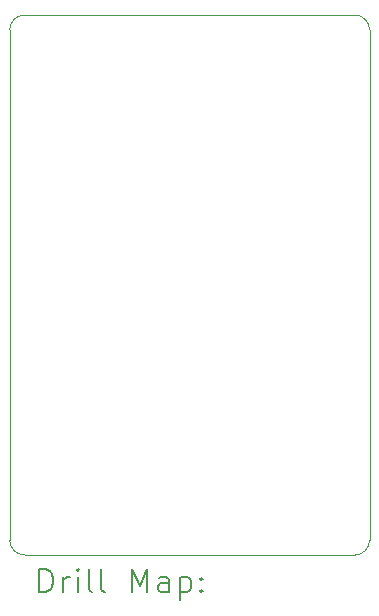
<source format=gbr>
%TF.GenerationSoftware,KiCad,Pcbnew,(6.0.11)*%
%TF.CreationDate,2023-02-06T21:00:16+10:00*%
%TF.ProjectId,can_explorer,63616e5f-6578-4706-9c6f-7265722e6b69,rev?*%
%TF.SameCoordinates,Original*%
%TF.FileFunction,Drillmap*%
%TF.FilePolarity,Positive*%
%FSLAX45Y45*%
G04 Gerber Fmt 4.5, Leading zero omitted, Abs format (unit mm)*
G04 Created by KiCad (PCBNEW (6.0.11)) date 2023-02-06 21:00:16*
%MOMM*%
%LPD*%
G01*
G04 APERTURE LIST*
%ADD10C,0.100000*%
%ADD11C,0.200000*%
G04 APERTURE END LIST*
D10*
X16129000Y-5842000D02*
X13335000Y-5842000D01*
X13335000Y-10414000D02*
X16129000Y-10414000D01*
X13208000Y-5969000D02*
X13208000Y-10287000D01*
X13335000Y-5842000D02*
G75*
G03*
X13208000Y-5969000I0J-127000D01*
G01*
X13208000Y-10287000D02*
G75*
G03*
X13335000Y-10414000I127000J0D01*
G01*
X16129000Y-10414000D02*
G75*
G03*
X16256000Y-10287000I0J127000D01*
G01*
X16256000Y-10287000D02*
X16256000Y-5969000D01*
X16256000Y-5969000D02*
G75*
G03*
X16129000Y-5842000I-127000J0D01*
G01*
D11*
X13460619Y-10729476D02*
X13460619Y-10529476D01*
X13508238Y-10529476D01*
X13536809Y-10539000D01*
X13555857Y-10558048D01*
X13565381Y-10577095D01*
X13574905Y-10615190D01*
X13574905Y-10643762D01*
X13565381Y-10681857D01*
X13555857Y-10700905D01*
X13536809Y-10719952D01*
X13508238Y-10729476D01*
X13460619Y-10729476D01*
X13660619Y-10729476D02*
X13660619Y-10596143D01*
X13660619Y-10634238D02*
X13670143Y-10615190D01*
X13679667Y-10605667D01*
X13698714Y-10596143D01*
X13717762Y-10596143D01*
X13784428Y-10729476D02*
X13784428Y-10596143D01*
X13784428Y-10529476D02*
X13774905Y-10539000D01*
X13784428Y-10548524D01*
X13793952Y-10539000D01*
X13784428Y-10529476D01*
X13784428Y-10548524D01*
X13908238Y-10729476D02*
X13889190Y-10719952D01*
X13879667Y-10700905D01*
X13879667Y-10529476D01*
X14013000Y-10729476D02*
X13993952Y-10719952D01*
X13984428Y-10700905D01*
X13984428Y-10529476D01*
X14241571Y-10729476D02*
X14241571Y-10529476D01*
X14308238Y-10672333D01*
X14374905Y-10529476D01*
X14374905Y-10729476D01*
X14555857Y-10729476D02*
X14555857Y-10624714D01*
X14546333Y-10605667D01*
X14527286Y-10596143D01*
X14489190Y-10596143D01*
X14470143Y-10605667D01*
X14555857Y-10719952D02*
X14536809Y-10729476D01*
X14489190Y-10729476D01*
X14470143Y-10719952D01*
X14460619Y-10700905D01*
X14460619Y-10681857D01*
X14470143Y-10662810D01*
X14489190Y-10653286D01*
X14536809Y-10653286D01*
X14555857Y-10643762D01*
X14651095Y-10596143D02*
X14651095Y-10796143D01*
X14651095Y-10605667D02*
X14670143Y-10596143D01*
X14708238Y-10596143D01*
X14727286Y-10605667D01*
X14736809Y-10615190D01*
X14746333Y-10634238D01*
X14746333Y-10691381D01*
X14736809Y-10710429D01*
X14727286Y-10719952D01*
X14708238Y-10729476D01*
X14670143Y-10729476D01*
X14651095Y-10719952D01*
X14832048Y-10710429D02*
X14841571Y-10719952D01*
X14832048Y-10729476D01*
X14822524Y-10719952D01*
X14832048Y-10710429D01*
X14832048Y-10729476D01*
X14832048Y-10605667D02*
X14841571Y-10615190D01*
X14832048Y-10624714D01*
X14822524Y-10615190D01*
X14832048Y-10605667D01*
X14832048Y-10624714D01*
M02*

</source>
